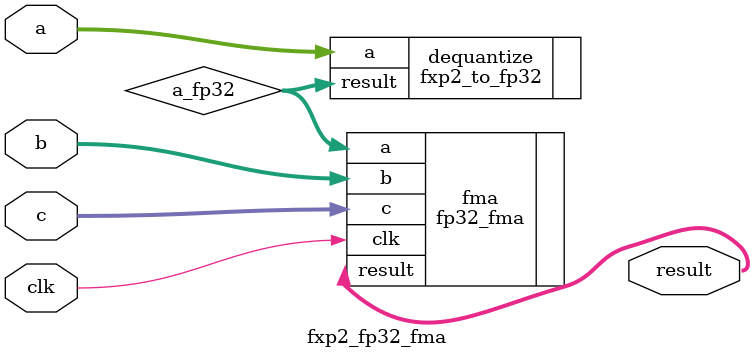
<source format=v>
module fxp2_fp32_fma (
  input clk,
  input [1:0] a,
  input [31:0] b,
  input [31:0] c,
  output [31:0] result
);

  wire [31:0] a_fp32;

  fxp2_to_fp32 dequantize (.a(a), .result(a_fp32));
  fp32_fma fma (.clk(clk), .a(a_fp32), .b(b), .c(c), .result(result));

endmodule

</source>
